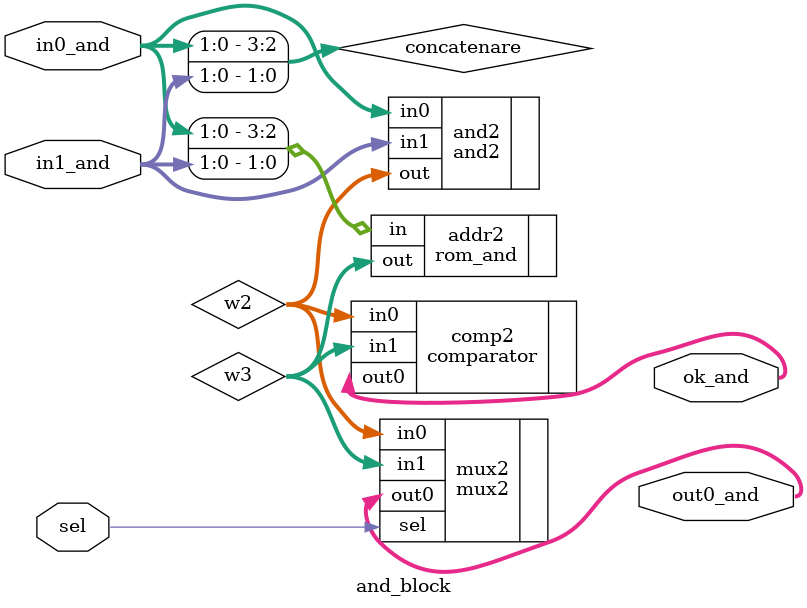
<source format=v>
module and_block
( 
     input wire sel,
     input wire [1:0] in0_and,
     input wire [1:0] in1_and,
     output wire [1:0] out0_and,
     output wire [1:0] ok_and
);

wire[1:0]w2;
wire[1:0]w3;
wire [3:0] concatenare;
assign concatenare ={in0_and,in1_and};
and2 and2
(
   .in0(in0_and),
   .in1(in1_and),
   .out(w2)
);

rom_and addr2
(
    .in(concatenare),
    .out(w3)
);

comparator comp2
(
    .in0(w2),
    .in1(w3),
    .out0(ok_and)
);

mux2 mux2
(
   .in0(w2),
   .in1(w3), 
   .sel(sel),
   .out0(out0_and)
);



endmodule
</source>
